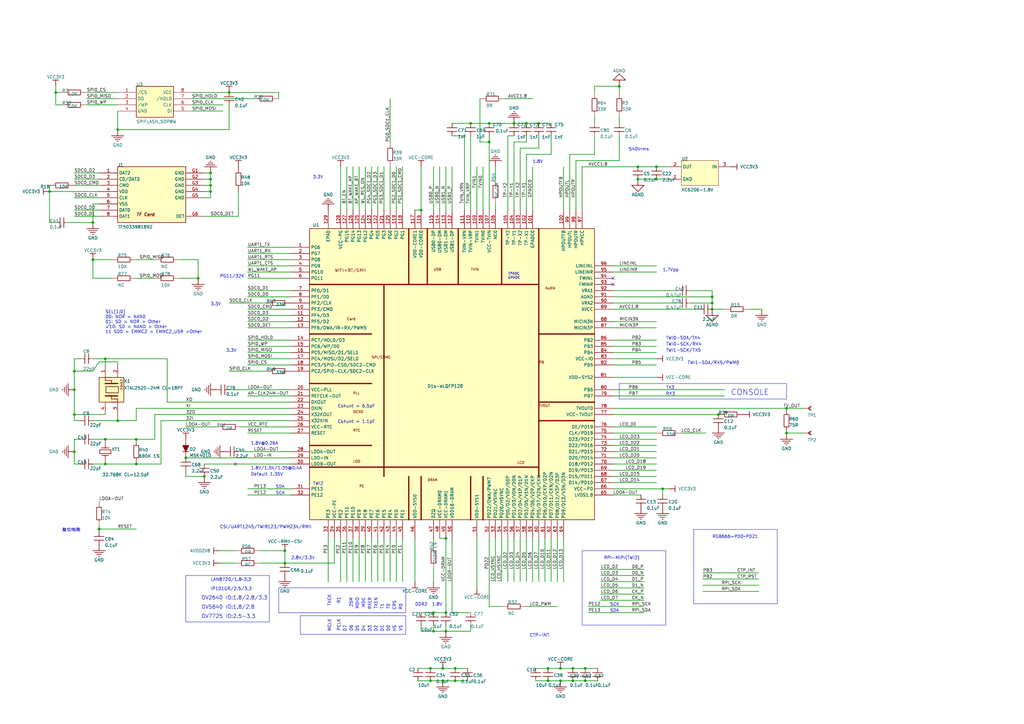
<source format=kicad_sch>
(kicad_sch (version 20211123) (generator eeschema)
  (paper "A3")
  (title_block (date "20211125") (rev "V1.5"))
  (junction (at 176.53 274.1422))
  (junction (at 83.82 195.4022))
  (junction (at 229.87 279.2222))
  (junction (at 182.88 220.8022))
  (junction (at 254 35.3822))
  (junction (at 38.1 91.2622))
  (junction (at 86.36 76.0222))
  (junction (at 215.9 50.6222))
  (junction (at 229.87 274.1422))
  (junction (at 81.28 114.1222))
  (junction (at 322.58 177.6222))
  (junction (at 177.8 258.9022))
  (junction (at 181.61 274.1422))
  (junction (at 177.8 251.2822))
  (junction (at 234.95 279.2222))
  (junction (at 176.53 279.2222))
  (junction (at 86.36 78.5622))
  (junction (at 76.2 187.7822))
  (junction (at 261.62 68.4022))
  (junction (at 292.1 126.8222))
  (junction (at 86.36 73.4822))
  (junction (at 43.18 190.3222))
  (junction (at 200.66 58.2422))
  (junction (at 40.64 216.9922))
  (junction (at 93.98 37.9222))
  (junction (at 224.79 279.2222))
  (junction (at 55.88 190.3222))
  (junction (at 116.84 225.8822))
  (junction (at 55.88 180.1622))
  (junction (at 261.62 73.4822))
  (junction (at 30.48 152.2222))
  (junction (at 48.26 53.1622))
  (junction (at 234.95 274.1422))
  (junction (at 292.1 124.2822))
  (junction (at 193.04 50.6222))
  (junction (at 210.82 50.6222))
  (junction (at 200.66 50.6222))
  (junction (at 240.03 274.1422))
  (junction (at 186.69 274.1422))
  (junction (at 269.24 68.4022))
  (junction (at 186.69 279.2222))
  (junction (at 48.26 172.5422))
  (junction (at 322.58 167.4622))
  (junction (at 86.36 70.9422))
  (junction (at 292.1 121.7422))
  (junction (at 182.88 251.2822))
  (junction (at 116.84 230.9622))
  (junction (at 172.72 86.1822))
  (junction (at 38.1 106.5022))
  (junction (at 294.64 170.0022))
  (junction (at 181.61 279.2222))
  (junction (at 43.18 147.1422))
  (junction (at 30.48 159.8422))
  (junction (at 20.32 78.5622))
  (junction (at 43.18 180.1622))
  (junction (at 30.48 170.0022))
  (junction (at 240.03 279.2222))
  (junction (at 271.78 200.4822))
  (junction (at 182.88 258.9022))
  (junction (at 269.24 73.4822))
  (junction (at 22.86 37.9222))
  (junction (at 220.98 50.6222))
  (junction (at 30.48 185.2422))
  (junction (at 224.79 274.1422))
  (no_connect (at 251.46 116.6622))
  (no_connect (at 251.46 114.1222))
  (no_connect (at 96.52 190.3222))
  (wire (pts (xy 63.5 180.1622) (xy 63.5 170.0022)) (stroke (width 0.254)))
  (wire (pts (xy 292.1 124.2822) (xy 292.1 126.8222)) (stroke (width 0.254)))
  (wire (pts (xy 271.78 203.0222) (xy 271.78 200.4822)) (stroke (width 0.254)))
  (wire (pts (xy 251.46 124.2822) (xy 278.13 124.2822)) (stroke (width 0.254)))
  (wire (pts (xy 30.48 185.2422) (xy 30.48 190.3222)) (stroke (width 0.254)))
  (wire (pts (xy 66.04 190.3222) (xy 55.88 190.3222)) (stroke (width 0.254)))
  (wire (pts (xy 48.26 40.4622) (xy 35.56 40.4622)) (stroke (width 0.254)))
  (wire (pts (xy 231.14 68.4022) (xy 231.14 86.1822)) (stroke (width 0.254)))
  (wire (pts (xy 43.18 147.1422) (xy 38.1 147.1422)) (stroke (width 0.254)))
  (wire (pts (xy 43.18 190.3222) (xy 38.1 190.3222)) (stroke (width 0.254)))
  (wire (pts (xy 186.69 279.2222) (xy 191.77 279.2222)) (stroke (width 0.254)))
  (wire (pts (xy 93.98 53.1622) (xy 93.98 43.0022)) (stroke (width 0.254)))
  (wire (pts (xy 251.46 119.2022) (xy 278.13 119.2022)) (stroke (width 0.254)))
  (wire (pts (xy 22.86 43.0022) (xy 25.4 43.0022)) (stroke (width 0.254)))
  (wire (pts (xy 215.9 50.6222) (xy 220.98 50.6222)) (stroke (width 0.254)))
  (wire (pts (xy 213.36 86.1822) (xy 213.36 60.7822)) (stroke (width 0.254)))
  (wire (pts (xy 215.9 86.1822) (xy 215.9 63.3222)) (stroke (width 0.254)))
  (wire (pts (xy 176.53 279.2222) (xy 181.61 279.2222)) (stroke (width 0.254)))
  (wire (pts (xy 101.6 121.7422) (xy 119.38 121.7422)) (stroke (width 0.254)))
  (wire (pts (xy 243.84 50.6222) (xy 243.84 48.0822)) (stroke (width 0.254)))
  (wire (pts (xy 43.18 170.0022) (xy 30.48 170.0022)) (stroke (width 0.254)))
  (wire (pts (xy 205.74 220.8022) (xy 205.74 238.5822)) (stroke (width 0.254)))
  (wire (pts (xy 177.8 223.3422) (xy 177.8 220.8022)) (stroke (width 0.254)))
  (wire (pts (xy 142.24 68.4022) (xy 142.24 86.1822)) (stroke (width 0.254)))
  (wire (pts (xy 292.1 121.7422) (xy 292.1 124.2822)) (stroke (width 0.254)))
  (wire (pts (xy 210.82 50.6222) (xy 215.9 50.6222)) (stroke (width 0.254)))
  (wire (pts (xy 22.86 35.3822) (xy 22.86 37.9222)) (stroke (width 0.254)))
  (wire (pts (xy 40.64 76.0222) (xy 30.48 76.0222)) (stroke (width 0.254)))
  (wire (pts (xy 30.48 172.5422) (xy 30.48 170.0022)) (stroke (width 0.254)))
  (wire (pts (xy 251.46 177.6222) (xy 269.24 177.6222)) (stroke (width 0.254)))
  (wire (pts (xy 224.79 279.2222) (xy 229.87 279.2222)) (stroke (width 0.254)))
  (wire (pts (xy 208.28 86.1822) (xy 208.28 55.7022)) (stroke (width 0.254)))
  (wire (pts (xy 243.84 63.3222) (xy 243.84 55.7022)) (stroke (width 0.254)))
  (wire (pts (xy 40.64 216.9922) (xy 40.64 218.2622)) (stroke (width 0.254)))
  (wire (pts (xy 200.66 220.8022) (xy 200.66 248.7422)) (stroke (width 0.254)))
  (wire (pts (xy 86.36 78.5622) (xy 86.36 76.0222)) (stroke (width 0.254)))
  (wire (pts (xy 223.52 220.8022) (xy 223.52 238.5822)) (stroke (width 0.254)))
  (wire (pts (xy 68.58 164.9222) (xy 68.58 147.1422)) (stroke (width 0.254)))
  (wire (pts (xy 165.1 68.4022) (xy 165.1 86.1822)) (stroke (width 0.254)))
  (wire (pts (xy 142.24 220.8022) (xy 142.24 238.5822)) (stroke (width 0.254)))
  (wire (pts (xy 182.88 258.9022) (xy 193.04 258.9022)) (stroke (width 0.254)))
  (polyline (pts (xy 273.05 225.8822) (xy 273.05 256.3622)) (stroke (width 0) (type solid)))
  (wire (pts (xy 251.46 203.0222) (xy 262.89 203.0222)) (stroke (width 0.254)))
  (wire (pts (xy 76.2 192.8622) (xy 76.2 195.4022)) (stroke (width 0.254)))
  (wire (pts (xy 119.38 200.4822) (xy 101.6 200.4822)) (stroke (width 0.254)))
  (wire (pts (xy 38.1 114.1222) (xy 38.1 106.5022)) (stroke (width 0.254)))
  (wire (pts (xy 30.48 152.2222) (xy 30.48 147.1422)) (stroke (width 0.254)))
  (wire (pts (xy 185.42 68.4022) (xy 185.42 86.1822)) (stroke (width 0.254)))
  (wire (pts (xy 144.78 220.8022) (xy 144.78 238.5822)) (stroke (width 0.254)))
  (wire (pts (xy 101.6 129.3622) (xy 119.38 129.3622)) (stroke (width 0.254)))
  (wire (pts (xy 251.46 144.6022) (xy 269.24 144.6022)) (stroke (width 0.254)))
  (polyline (pts (xy 166.37 241.1222) (xy 114.3 241.1222)) (stroke (width 0) (type solid)))
  (wire (pts (xy 48.26 149.6822) (xy 48.26 148.4122)) (stroke (width 0.254)))
  (wire (pts (xy 264.16 241.1222) (xy 246.38 241.1222)) (stroke (width 0.254)))
  (wire (pts (xy 160.02 58.2422) (xy 160.02 40.4622)) (stroke (width 0.254)))
  (wire (pts (xy 78.74 40.4622) (xy 104.14 40.4622)) (stroke (width 0.254)))
  (wire (pts (xy 288.29 237.49) (xy 311.15 237.49)) (stroke (width 0.254)))
  (polyline (pts (xy 318.77 217.17) (xy 284.48 217.17)) (stroke (width 0) (type solid)))
  (wire (pts (xy 106.68 225.8822) (xy 116.84 225.8822)) (stroke (width 0.254)))
  (wire (pts (xy 251.46 192.8622) (xy 269.24 192.8622)) (stroke (width 0.254)))
  (wire (pts (xy 48.26 172.5422) (xy 38.1 172.5422)) (stroke (width 0.254)))
  (polyline (pts (xy 284.48 247.65) (xy 318.77 247.65)) (stroke (width 0) (type solid)))
  (wire (pts (xy 203.2 73.4822) (xy 203.2 68.4022)) (stroke (width 0.254)))
  (wire (pts (xy 193.04 251.2822) (xy 185.42 251.2822)) (stroke (width 0.254)))
  (polyline (pts (xy 123.19 260.1722) (xy 166.37 260.1722)) (stroke (width 0) (type solid)))
  (polyline (pts (xy 284.48 247.65) (xy 284.48 217.17)) (stroke (width 0) (type solid)))
  (wire (pts (xy 83.82 73.4822) (xy 86.36 73.4822)) (stroke (width 0.254)))
  (wire (pts (xy 101.6 139.5222) (xy 119.38 139.5222)) (stroke (width 0.254)))
  (wire (pts (xy 83.82 70.9422) (xy 86.36 70.9422)) (stroke (width 0.254)))
  (wire (pts (xy 83.82 78.5622) (xy 86.36 78.5622)) (stroke (width 0.254)))
  (wire (pts (xy 269.24 68.4022) (xy 274.32 68.4022)) (stroke (width 0.254)))
  (wire (pts (xy 274.32 73.4822) (xy 269.24 73.4822)) (stroke (width 0.254)))
  (wire (pts (xy 251.46 197.9422) (xy 269.24 197.9422)) (stroke (width 0.254)))
  (wire (pts (xy 101.6 111.5822) (xy 119.38 111.5822)) (stroke (width 0.254)))
  (wire (pts (xy 172.72 256.3622) (xy 172.72 258.9022)) (stroke (width 0.254)))
  (wire (pts (xy 207.01 40.4622) (xy 218.44 40.4622)) (stroke (width 0.254)))
  (wire (pts (xy 160.02 220.8022) (xy 160.02 238.5822)) (stroke (width 0.254)))
  (wire (pts (xy 106.68 230.9622) (xy 116.84 230.9622)) (stroke (width 0.254)))
  (wire (pts (xy 30.48 170.0022) (xy 30.48 159.8422)) (stroke (width 0.254)))
  (wire (pts (xy 213.36 220.8022) (xy 213.36 238.5822)) (stroke (width 0.254)))
  (wire (pts (xy 181.61 279.2222) (xy 186.69 279.2222)) (stroke (width 0.254)))
  (wire (pts (xy 101.6 119.2022) (xy 119.38 119.2022)) (stroke (width 0.254)))
  (wire (pts (xy 101.6 126.8222) (xy 119.38 126.8222)) (stroke (width 0.254)))
  (wire (pts (xy 208.28 220.8022) (xy 208.28 238.5822)) (stroke (width 0.254)))
  (wire (pts (xy 93.98 159.8422) (xy 119.38 159.8422)) (stroke (width 0.254)))
  (wire (pts (xy 66.04 172.5422) (xy 66.04 190.3222)) (stroke (width 0.254)))
  (wire (pts (xy 243.84 35.3822) (xy 243.84 37.9222)) (stroke (width 0.254)))
  (wire (pts (xy 86.36 76.0222) (xy 83.82 76.0222)) (stroke (width 0.254)))
  (wire (pts (xy 40.64 215.7222) (xy 40.64 216.9922)) (stroke (width 0.254)))
  (wire (pts (xy 172.72 68.4022) (xy 172.72 86.1822)) (stroke (width 0.254)))
  (wire (pts (xy 20.32 78.5622) (xy 20.32 91.2622)) (stroke (width 0.254)))
  (wire (pts (xy 171.45 279.2222) (xy 176.53 279.2222)) (stroke (width 0.254)))
  (wire (pts (xy 251.46 134.4422) (xy 269.24 134.4422)) (stroke (width 0.254)))
  (polyline (pts (xy 322.58 157.3022) (xy 254 157.3022)) (stroke (width 0) (type solid)))
  (wire (pts (xy 215.9 220.8022) (xy 215.9 238.5822)) (stroke (width 0.254)))
  (wire (pts (xy 30.48 147.1422) (xy 33.02 147.1422)) (stroke (width 0.254)))
  (wire (pts (xy 147.32 220.8022) (xy 147.32 238.5822)) (stroke (width 0.254)))
  (wire (pts (xy 215.9 248.7422) (xy 228.6 248.7422)) (stroke (width 0.254)))
  (wire (pts (xy 251.46 149.6822) (xy 269.24 149.6822)) (stroke (width 0.254)))
  (wire (pts (xy 30.48 159.8422) (xy 30.48 152.2222)) (stroke (width 0.254)))
  (wire (pts (xy 195.58 241.1222) (xy 195.58 220.8022)) (stroke (width 0.254)))
  (wire (pts (xy 251.46 187.7822) (xy 269.24 187.7822)) (stroke (width 0.254)))
  (wire (pts (xy 251.46 180.1622) (xy 269.24 180.1622)) (stroke (width 0.254)))
  (wire (pts (xy 177.8 258.9022) (xy 182.88 258.9022)) (stroke (width 0.254)))
  (wire (pts (xy 139.7 68.4022) (xy 139.7 86.1822)) (stroke (width 0.254)))
  (wire (pts (xy 78.74 37.9222) (xy 93.98 37.9222)) (stroke (width 0.254)))
  (wire (pts (xy 196.85 58.2422) (xy 200.66 58.2422)) (stroke (width 0.254)))
  (wire (pts (xy 147.32 68.4022) (xy 147.32 86.1822)) (stroke (width 0.254)))
  (wire (pts (xy 251.46 109.0422) (xy 269.24 109.0422)) (stroke (width 0.254)))
  (wire (pts (xy 55.88 172.5422) (xy 48.26 172.5422)) (stroke (width 0.254)))
  (wire (pts (xy 283.21 124.2822) (xy 292.1 124.2822)) (stroke (width 0.254)))
  (wire (pts (xy 288.29 240.03) (xy 311.15 240.03)) (stroke (width 0.254)))
  (wire (pts (xy 55.88 106.5022) (xy 63.5 106.5022)) (stroke (width 0.254)))
  (wire (pts (xy 40.64 88.7222) (xy 30.48 88.7222)) (stroke (width 0.254)))
  (wire (pts (xy 190.5 86.1822) (xy 190.5 55.7022)) (stroke (width 0.254)))
  (wire (pts (xy 119.38 203.0222) (xy 101.6 203.0222)) (stroke (width 0.254)))
  (wire (pts (xy 251.46 190.3222) (xy 269.24 190.3222)) (stroke (width 0.254)))
  (wire (pts (xy 251.46 162.3822) (xy 297.18 162.3822)) (stroke (width 0.254)))
  (wire (pts (xy 226.06 220.8022) (xy 226.06 238.5822)) (stroke (width 0.254)))
  (wire (pts (xy 240.03 274.1422) (xy 245.11 274.1422)) (stroke (width 0.254)))
  (wire (pts (xy 38.1 83.6422) (xy 40.64 83.6422)) (stroke (width 0.254)))
  (wire (pts (xy 149.86 68.4022) (xy 149.86 86.1822)) (stroke (width 0.254)))
  (wire (pts (xy 48.26 45.5422) (xy 48.26 53.1622)) (stroke (width 0.254)))
  (wire (pts (xy 154.94 220.8022) (xy 154.94 238.5822)) (stroke (width 0.254)))
  (wire (pts (xy 196.85 40.4622) (xy 196.85 58.2422)) (stroke (width 0.254)))
  (wire (pts (xy 193.04 55.7022) (xy 193.04 86.1822)) (stroke (width 0.254)))
  (wire (pts (xy 83.82 81.1022) (xy 86.36 81.1022)) (stroke (width 0.254)))
  (wire (pts (xy 40.64 70.9422) (xy 30.48 70.9422)) (stroke (width 0.254)))
  (polyline (pts (xy 166.37 252.5522) (xy 166.37 260.1722)) (stroke (width 0) (type solid)))
  (wire (pts (xy 288.29 242.57) (xy 311.15 242.57)) (stroke (width 0.254)))
  (wire (pts (xy 40.64 216.9922) (xy 55.88 216.9922)) (stroke (width 0.254)))
  (wire (pts (xy 25.4 37.9222) (xy 22.86 37.9222)) (stroke (width 0.254)))
  (wire (pts (xy 101.6 106.5022) (xy 119.38 106.5022)) (stroke (width 0.254)))
  (wire (pts (xy 182.88 251.2822) (xy 177.8 251.2822)) (stroke (width 0.254)))
  (wire (pts (xy 182.88 256.3622) (xy 182.88 258.9022)) (stroke (width 0.254)))
  (wire (pts (xy 264.16 236.0422) (xy 246.38 236.0422)) (stroke (width 0.254)))
  (wire (pts (xy 182.88 68.4022) (xy 182.88 86.1822)) (stroke (width 0.254)))
  (wire (pts (xy 254 35.3822) (xy 243.84 35.3822)) (stroke (width 0.254)))
  (wire (pts (xy 251.46 167.4622) (xy 322.58 167.4622)) (stroke (width 0.254)))
  (wire (pts (xy 38.1 180.1622) (xy 43.18 180.1622)) (stroke (width 0.254)))
  (polyline (pts (xy 273.05 225.8822) (xy 238.76 225.8822)) (stroke (width 0) (type solid)))
  (wire (pts (xy 251.46 200.4822) (xy 271.78 200.4822)) (stroke (width 0.254)))
  (wire (pts (xy 271.78 200.4822) (xy 274.32 200.4822)) (stroke (width 0.254)))
  (wire (pts (xy 181.61 274.1422) (xy 186.69 274.1422)) (stroke (width 0.254)))
  (polyline (pts (xy 76.2 255.0922) (xy 76.2 236.0422)) (stroke (width 0) (type solid)))
  (wire (pts (xy 22.86 37.9222) (xy 22.86 43.0022)) (stroke (width 0.254)))
  (wire (pts (xy 269.24 73.4822) (xy 261.62 73.4822)) (stroke (width 0.254)))
  (polyline (pts (xy 238.76 256.3622) (xy 273.05 256.3622)) (stroke (width 0) (type solid)))
  (wire (pts (xy 20.32 91.2622) (xy 22.86 91.2622)) (stroke (width 0.254)))
  (wire (pts (xy 251.46 139.5222) (xy 269.24 139.5222)) (stroke (width 0.254)))
  (wire (pts (xy 162.56 220.8022) (xy 162.56 238.5822)) (stroke (width 0.254)))
  (wire (pts (xy 152.4 220.8022) (xy 152.4 238.5822)) (stroke (width 0.254)))
  (wire (pts (xy 193.04 50.6222) (xy 200.66 50.6222)) (stroke (width 0.254)))
  (wire (pts (xy 264.16 238.5822) (xy 246.38 238.5822)) (stroke (width 0.254)))
  (wire (pts (xy 149.86 220.8022) (xy 149.86 238.5822)) (stroke (width 0.254)))
  (wire (pts (xy 180.34 68.4022) (xy 180.34 86.1822)) (stroke (width 0.254)))
  (wire (pts (xy 139.7 220.8022) (xy 139.7 238.5822)) (stroke (width 0.254)))
  (wire (pts (xy 119.38 177.6222) (xy 101.6 177.6222)) (stroke (width 0.254)))
  (wire (pts (xy 119.38 190.3222) (xy 83.82 190.3222)) (stroke (width 0.254)))
  (wire (pts (xy 101.6 144.6022) (xy 119.38 144.6022)) (stroke (width 0.254)))
  (wire (pts (xy 264.16 243.6622) (xy 246.38 243.6622)) (stroke (width 0.254)))
  (wire (pts (xy 78.74 45.5422) (xy 91.44 45.5422)) (stroke (width 0.254)))
  (wire (pts (xy 241.3 248.7422) (xy 264.16 248.7422)) (stroke (width 0.254)))
  (wire (pts (xy 251.46 126.8222) (xy 287.02 126.8222)) (stroke (width 0.254)))
  (wire (pts (xy 157.48 220.8022) (xy 157.48 238.5822)) (stroke (width 0.254)))
  (wire (pts (xy 157.48 68.4022) (xy 157.48 86.1822)) (stroke (width 0.254)))
  (wire (pts (xy 200.66 248.7422) (xy 205.74 248.7422)) (stroke (width 0.254)))
  (wire (pts (xy 55.88 180.1622) (xy 63.5 180.1622)) (stroke (width 0.254)))
  (wire (pts (xy 152.4 68.4022) (xy 152.4 86.1822)) (stroke (width 0.254)))
  (wire (pts (xy 48.26 43.0022) (xy 35.56 43.0022)) (stroke (width 0.254)))
  (wire (pts (xy 116.84 230.9622) (xy 137.16 230.9622)) (stroke (width 0.254)))
  (wire (pts (xy 68.58 147.1422) (xy 43.18 147.1422)) (stroke (width 0.254)))
  (polyline (pts (xy 110.49 236.0422) (xy 110.49 255.0922)) (stroke (width 0) (type solid)))
  (wire (pts (xy 236.22 86.1822) (xy 236.22 65.8622)) (stroke (width 0.254)))
  (wire (pts (xy 264.16 233.5022) (xy 246.38 233.5022)) (stroke (width 0.254)))
  (wire (pts (xy 101.6 101.4222) (xy 119.38 101.4222)) (stroke (width 0.254)))
  (wire (pts (xy 210.82 86.1822) (xy 210.82 58.2422)) (stroke (width 0.254)))
  (wire (pts (xy 218.44 220.8022) (xy 218.44 238.5822)) (stroke (width 0.254)))
  (wire (pts (xy 76.2 195.4022) (xy 83.82 195.4022)) (stroke (width 0.254)))
  (wire (pts (xy 86.36 70.9422) (xy 86.36 73.4822)) (stroke (width 0.254)))
  (wire (pts (xy 48.26 37.9222) (xy 35.56 37.9222)) (stroke (width 0.254)))
  (wire (pts (xy 33.02 180.1622) (xy 30.48 180.1622)) (stroke (width 0.254)))
  (wire (pts (xy 288.29 234.95) (xy 311.15 234.95)) (stroke (width 0.254)))
  (wire (pts (xy 97.79 88.7222) (xy 97.79 78.5622)) (stroke (width 0.254)))
  (wire (pts (xy 219.71 279.2222) (xy 224.79 279.2222)) (stroke (width 0.254)))
  (wire (pts (xy 231.14 220.8022) (xy 231.14 238.5822)) (stroke (width 0.254)))
  (wire (pts (xy 251.46 142.0622) (xy 269.24 142.0622)) (stroke (width 0.254)))
  (wire (pts (xy 200.66 86.1822) (xy 200.66 58.2422)) (stroke (width 0.254)))
  (wire (pts (xy 93.98 124.2822) (xy 109.22 124.2822)) (stroke (width 0.254)))
  (wire (pts (xy 114.3 40.4622) (xy 114.3 37.9222)) (stroke (width 0.254)))
  (wire (pts (xy 198.12 68.4022) (xy 198.12 86.1822)) (stroke (width 0.254)))
  (wire (pts (xy 177.8 238.5822) (xy 177.8 233.5022)) (stroke (width 0.254)))
  (wire (pts (xy 226.06 63.3222) (xy 226.06 55.7022)) (stroke (width 0.254)))
  (wire (pts (xy 27.94 91.2622) (xy 38.1 91.2622)) (stroke (width 0.254)))
  (wire (pts (xy 101.6 149.6822) (xy 119.38 149.6822)) (stroke (width 0.254)))
  (polyline (pts (xy 114.3 251.2822) (xy 166.37 251.2822)) (stroke (width 0) (type solid)))
  (wire (pts (xy 251.46 111.5822) (xy 269.24 111.5822)) (stroke (width 0.254)))
  (wire (pts (xy 193.04 258.9022) (xy 193.04 256.3622)) (stroke (width 0.254)))
  (wire (pts (xy 154.94 68.4022) (xy 154.94 86.1822)) (stroke (width 0.254)))
  (wire (pts (xy 101.6 142.0622) (xy 119.38 142.0622)) (stroke (width 0.254)))
  (wire (pts (xy 200.66 58.2422) (xy 200.66 55.7022)) (stroke (width 0.254)))
  (wire (pts (xy 114.3 37.9222) (xy 93.98 37.9222)) (stroke (width 0.254)))
  (wire (pts (xy 40.64 86.1822) (xy 30.48 86.1822)) (stroke (width 0.254)))
  (wire (pts (xy 30.48 180.1622) (xy 30.48 185.2422)) (stroke (width 0.254)))
  (wire (pts (xy 109.22 152.2222) (xy 93.98 152.2222)) (stroke (width 0.254)))
  (wire (pts (xy 90.17 230.9622) (xy 96.52 230.9622)) (stroke (width 0.254)))
  (wire (pts (xy 238.76 86.1822) (xy 238.76 68.4022)) (stroke (width 0.254)))
  (wire (pts (xy 210.82 58.2422) (xy 215.9 58.2422)) (stroke (width 0.254)))
  (wire (pts (xy 40.64 148.4122) (xy 38.1 152.2222)) (stroke (width 0.254)))
  (wire (pts (xy 38.1 91.2622) (xy 38.1 83.6422)) (stroke (width 0.254)))
  (wire (pts (xy 180.34 220.8022) (xy 182.88 220.8022)) (stroke (width 0.254)))
  (wire (pts (xy 177.8 68.4022) (xy 177.8 86.1822)) (stroke (width 0.254)))
  (wire (pts (xy 240.03 279.2222) (xy 245.11 279.2222)) (stroke (width 0.254)))
  (wire (pts (xy 177.8 251.2822) (xy 172.72 251.2822)) (stroke (width 0.254)))
  (wire (pts (xy 76.2 175.0822) (xy 88.9 175.0822)) (stroke (width 0.254)))
  (wire (pts (xy 251.46 154.7622) (xy 269.24 154.7622)) (stroke (width 0.254)))
  (polyline (pts (xy 76.2 255.0922) (xy 110.49 255.0922)) (stroke (width 0) (type solid)))
  (wire (pts (xy 172.72 86.1822) (xy 170.18 86.1822)) (stroke (width 0.254)))
  (wire (pts (xy 251.46 131.9022) (xy 269.24 131.9022)) (stroke (width 0.254)))
  (wire (pts (xy 101.6 131.9022) (xy 119.38 131.9022)) (stroke (width 0.254)))
  (wire (pts (xy 279.4 177.6222) (xy 289.56 177.6222)) (stroke (width 0.254)))
  (wire (pts (xy 186.69 274.1422) (xy 191.77 274.1422)) (stroke (width 0.254)))
  (wire (pts (xy 224.79 274.1422) (xy 229.87 274.1422)) (stroke (width 0.254)))
  (wire (pts (xy 101.6 134.4422) (xy 119.38 134.4422)) (stroke (width 0.254)))
  (wire (pts (xy 261.62 68.4022) (xy 269.24 68.4022)) (stroke (width 0.254)))
  (wire (pts (xy 81.28 114.1222) (xy 73.66 114.1222)) (stroke (width 0.254)))
  (wire (pts (xy 246.38 246.2022) (xy 264.16 246.2022)) (stroke (width 0.254)))
  (wire (pts (xy 251.46 170.0022) (xy 294.64 170.0022)) (stroke (width 0.254)))
  (wire (pts (xy 236.22 65.8622) (xy 254 65.8622)) (stroke (width 0.254)))
  (wire (pts (xy 251.46 147.1422) (xy 269.24 147.1422)) (stroke (width 0.254)))
  (wire (pts (xy 38.1 106.5022) (xy 45.72 106.5022)) (stroke (width 0.254)))
  (wire (pts (xy 190.5 55.7022) (xy 185.42 55.7022)) (stroke (width 0.254)))
  (wire (pts (xy 251.46 182.7022) (xy 269.24 182.7022)) (stroke (width 0.254)))
  (wire (pts (xy 101.6 109.0422) (xy 119.38 109.0422)) (stroke (width 0.254)))
  (wire (pts (xy 101.6 147.1422) (xy 119.38 147.1422)) (stroke (width 0.254)))
  (wire (pts (xy 185.42 251.2822) (xy 185.42 220.8022)) (stroke (width 0.254)))
  (wire (pts (xy 241.3 251.2822) (xy 264.16 251.2822)) (stroke (width 0.254)))
  (wire (pts (xy 177.8 256.3622) (xy 177.8 258.9022)) (stroke (width 0.254)))
  (polyline (pts (xy 322.58 157.3022) (xy 322.58 163.6522)) (stroke (width 0) (type solid)))
  (wire (pts (xy 137.16 230.9622) (xy 137.16 220.8022)) (stroke (width 0.254)))
  (wire (pts (xy 330.2 177.6222) (xy 322.58 177.6222)) (stroke (width 0.254)))
  (wire (pts (xy 229.87 274.1422) (xy 234.95 274.1422)) (stroke (width 0.254)))
  (polyline (pts (xy 123.19 260.1722) (xy 123.19 252.5522)) (stroke (width 0) (type solid)))
  (wire (pts (xy 172.72 258.9022) (xy 177.8 258.9022)) (stroke (width 0.254)))
  (wire (pts (xy 234.95 274.1422) (xy 240.03 274.1422)) (stroke (width 0.254)))
  (wire (pts (xy 86.36 81.1022) (xy 86.36 78.5622)) (stroke (width 0.254)))
  (wire (pts (xy 200.66 50.6222) (xy 210.82 50.6222)) (stroke (width 0.254)))
  (wire (pts (xy 78.74 43.0022) (xy 91.44 43.0022)) (stroke (width 0.254)))
  (wire (pts (xy 182.88 220.8022) (xy 182.88 251.2822)) (stroke (width 0.254)))
  (wire (pts (xy 215.9 63.3222) (xy 226.06 63.3222)) (stroke (width 0.254)))
  (polyline (pts (xy 254 163.6522) (xy 322.58 163.6522)) (stroke (width 0) (type solid)))
  (wire (pts (xy 38.1 152.2222) (xy 30.48 152.2222)) (stroke (width 0.254)))
  (wire (pts (xy 55.88 190.3222) (xy 43.18 190.3222)) (stroke (width 0.254)))
  (wire (pts (xy 220.98 50.6222) (xy 226.06 50.6222)) (stroke (width 0.254)))
  (wire (pts (xy 220.98 60.7822) (xy 220.98 55.7022)) (stroke (width 0.254)))
  (wire (pts (xy 162.56 68.4022) (xy 162.56 86.1822)) (stroke (width 0.254)))
  (wire (pts (xy 238.76 68.4022) (xy 261.62 68.4022)) (stroke (width 0.254)))
  (wire (pts (xy 165.1 220.8022) (xy 165.1 238.5822)) (stroke (width 0.254)))
  (wire (pts (xy 48.26 170.0022) (xy 48.26 172.5422)) (stroke (width 0.254)))
  (wire (pts (xy 229.87 279.2222) (xy 234.95 279.2222)) (stroke (width 0.254)))
  (wire (pts (xy 73.66 106.5022) (xy 81.28 106.5022)) (stroke (width 0.254)))
  (wire (pts (xy 86.36 73.4822) (xy 86.36 76.0222)) (stroke (width 0.254)))
  (wire (pts (xy 43.18 149.6822) (xy 43.18 147.1422)) (stroke (width 0.254)))
  (wire (pts (xy 251.46 175.0822) (xy 269.24 175.0822)) (stroke (width 0.254)))
  (polyline (pts (xy 110.49 236.0422) (xy 76.2 236.0422)) (stroke (width 0) (type solid)))
  (wire (pts (xy 63.5 170.0022) (xy 119.38 170.0022)) (stroke (width 0.254)))
  (wire (pts (xy 292.1 126.8222) (xy 297.18 126.8222)) (stroke (width 0.254)))
  (wire (pts (xy 119.38 162.3822) (xy 101.6 162.3822)) (stroke (width 0.254)))
  (wire (pts (xy 134.62 220.8022) (xy 134.62 238.5822)) (stroke (width 0.254)))
  (wire (pts (xy 218.44 86.1822) (xy 218.44 68.4022)) (stroke (width 0.254)))
  (wire (pts (xy 233.68 86.1822) (xy 233.68 63.3222)) (stroke (width 0.254)))
  (wire (pts (xy 48.26 53.1622) (xy 93.98 53.1622)) (stroke (width 0.254)))
  (wire (pts (xy 119.38 187.7822) (xy 76.2 187.7822)) (stroke (width 0.254)))
  (wire (pts (xy 195.58 68.4022) (xy 195.58 86.1822)) (stroke (width 0.254)))
  (wire (pts (xy 119.38 185.2422) (xy 97.79 185.2422)) (stroke (width 0.254)))
  (wire (pts (xy 119.38 167.4622) (xy 55.88 167.4622)) (stroke (width 0.254)))
  (wire (pts (xy 322.58 167.4622) (xy 330.2 167.4622)) (stroke (width 0.254)))
  (wire (pts (xy 119.38 164.9222) (xy 68.58 164.9222)) (stroke (width 0.254)))
  (wire (pts (xy 203.2 83.6422) (xy 203.2 86.1822)) (stroke (width 0.254)))
  (wire (pts (xy 208.28 55.7022) (xy 210.82 55.7022)) (stroke (width 0.254)))
  (polyline (pts (xy 166.37 252.5522) (xy 123.19 252.5522)) (stroke (width 0) (type solid)))
  (wire (pts (xy 40.64 78.5622) (xy 20.32 78.5622)) (stroke (width 0.254)))
  (wire (pts (xy 99.06 175.0822) (xy 119.38 175.0822)) (stroke (width 0.254)))
  (wire (pts (xy 170.18 220.8022) (xy 170.18 238.5822)) (stroke (width 0.254)))
  (wire (pts (xy 283.21 119.2022) (xy 292.1 119.2022)) (stroke (width 0.254)))
  (polyline (pts (xy 254 163.6522) (xy 254 157.3022)) (stroke (width 0) (type solid)))
  (wire (pts (xy 171.45 274.1422) (xy 176.53 274.1422)) (stroke (width 0.254)))
  (wire (pts (xy 234.95 279.2222) (xy 240.03 279.2222)) (stroke (width 0.254)))
  (wire (pts (xy 45.72 114.1222) (xy 38.1 114.1222)) (stroke (width 0.254)))
  (wire (pts (xy 307.34 126.8222) (xy 312.42 126.8222)) (stroke (width 0.254)))
  (wire (pts (xy 203.2 220.8022) (xy 203.2 238.5822)) (stroke (width 0.254)))
  (wire (pts (xy 215.9 58.2422) (xy 215.9 55.7022)) (stroke (width 0.254)))
  (polyline (pts (xy 166.37 241.1222) (xy 166.37 251.2822)) (stroke (width 0) (type solid)))
  (wire (pts (xy 48.26 148.4122) (xy 40.64 148.4122)) (stroke (width 0.254)))
  (wire (pts (xy 116.84 225.8822) (xy 116.84 230.9622)) (stroke (width 0.254)))
  (wire (pts (xy 213.36 60.7822) (xy 220.98 60.7822)) (stroke (width 0.254)))
  (wire (pts (xy 233.68 63.3222) (xy 243.84 63.3222)) (stroke (width 0.254)))
  (wire (pts (xy 20.32 76.0222) (xy 20.32 78.5622)) (stroke (width 0.254)))
  (wire (pts (xy 90.17 225.8822) (xy 96.52 225.8822)) (stroke (width 0.254)))
  (wire (pts (xy 251.46 159.8422) (xy 297.18 159.8422)) (stroke (width 0.254)))
  (wire (pts (xy 40.64 73.4822) (xy 30.48 73.4822)) (stroke (width 0.254)))
  (wire (pts (xy 81.28 106.5022) (xy 81.28 114.1222)) (stroke (width 0.254)))
  (wire (pts (xy 101.6 114.1222) (xy 119.38 114.1222)) (stroke (width 0.254)))
  (wire (pts (xy 185.42 50.6222) (xy 193.04 50.6222)) (stroke (width 0.254)))
  (wire (pts (xy 43.18 180.1622) (xy 55.88 180.1622)) (stroke (width 0.254)))
  (wire (pts (xy 251.46 185.2422) (xy 269.24 185.2422)) (stroke (width 0.254)))
  (wire (pts (xy 251.46 195.4022) (xy 269.24 195.4022)) (stroke (width 0.254)))
  (wire (pts (xy 219.71 274.1422) (xy 224.79 274.1422)) (stroke (width 0.254)))
  (wire (pts (xy 228.6 220.8022) (xy 228.6 238.5822)) (stroke (width 0.254)))
  (polyline (pts (xy 318.77 217.17) (xy 318.77 247.65)) (stroke (width 0) (type solid)))
  (wire (pts (xy 254 48.0822) (xy 254 50.6222)) (stroke (width 0.254)))
  (wire (pts (xy 83.82 88.7222) (xy 97.79 88.7222)) (stroke (width 0.254)))
  (wire (pts (xy 210.82 220.8022) (xy 210.82 238.5822)) (stroke (width 0.254)))
  (wire (pts (xy 292.1 119.2022) (xy 292.1 121.7422)) (stroke (width 0.254)))
  (wire (pts (xy 220.98 220.8022) (xy 220.98 238.5822)) (stroke (width 0.254)))
  (wire (pts (xy 144.78 68.4022) (xy 144.78 86.1822)) (stroke (width 0.254)))
  (wire (pts (xy 251.46 121.7422) (xy 292.1 121.7422)) (stroke (width 0.254)))
  (polyline (pts (xy 114.3 251.2822) (xy 114.3 241.1222)) (stroke (width 0) (type solid)))
  (wire (pts (xy 55.88 167.4622) (xy 55.88 172.5422)) (stroke (width 0.254)))
  (wire (pts (xy 101.6 103.9622) (xy 119.38 103.9622)) (stroke (width 0.254)))
  (wire (pts (xy 33.02 172.5422) (xy 30.48 172.5422)) (stroke (width 0.254)))
  (wire (pts (xy 254 65.8622) (xy 254 55.7022)) (stroke (width 0.254)))
  (wire (pts (xy 40.64 81.1022) (xy 30.48 81.1022)) (stroke (width 0.254)))
  (wire (pts (xy 254 37.9222) (xy 254 35.3822)) (stroke (width 0.254)))
  (wire (pts (xy 30.48 190.3222) (xy 33.02 190.3222)) (stroke (width 0.254)))
  (wire (pts (xy 160.02 86.1822) (xy 160.02 68.4022)) (stroke (width 0.254)))
  (polyline (pts (xy 238.76 256.3622) (xy 238.76 225.8822)) (stroke (width 0) (type solid)))
  (wire (pts (xy 119.38 172.5422) (xy 66.04 172.5422)) (stroke (width 0.254)))
  (wire (pts (xy 176.53 274.1422) (xy 181.61 274.1422)) (stroke (width 0.254)))
  (wire (pts (xy 55.88 114.1222) (xy 63.5 114.1222)) (stroke (width 0.254)))
  (text "TXEN" (at 154.94 245.11 270) (effects (font (size 1.27 1.27)) (justify right bottom)))
  (text "SDA" (at 113.03 200.4822 180) (effects (font (size 1.27 1.27)) (justify left bottom)))
  (text "25M" (at 144.78 245.11 270) (effects (font (size 1.27 1.27)) (justify right bottom)))
  (text "SEL[1:0]\n00: NOR > NAND\n01: SD > NOR > Other\n√10: SD > NAND > Other\n11 SD0 > EMMC2 > EMMC2_USR >Other" (at 43.18 136.9822 0) (effects (font (size 1.27 1.27)) (justify left bottom)))
  (text "MDIO" (at 147.32 245.11 270) (effects (font (size 1.27 1.27)) (justify right bottom)))
  (text "HS" (at 162.56 256.54 270) (effects (font (size 1.27 1.27)) (justify right bottom)))
  (text "D0" (at 160.02 256.54 270) (effects (font (size 1.27 1.27)) (justify right bottom)))
  (text "SCK" (at 250.19 248.7422 180) (effects (font (size 1.27 1.27)) (justify left bottom)))
  (text "TWI0-SCK/RX4" (at 273.05 142.0622 180) (effects (font (size 1.27 1.27)) (justify left bottom)))
  (text "T0" (at 160.02 247.65 270) (effects (font (size 1.27 1.27)) (justify right bottom)))
  (text "IP101GR/2.5/3.3" (at 86.36 242.3922 180) (effects (font (size 1.27 1.27)) (justify left bottom)))
  (text "D1" (at 157.48 256.54 270) (effects (font (size 1.27 1.27)) (justify right bottom)))
  (text "Cshunt = 1.1pF" (at 138.43 173.8122 180) (effects (font (size 1.27 1.27)) (justify left bottom)))
  (text "2.8V/3.3V" (at 119.38 229.6922 180) (effects (font (size 1.27 1.27)) (justify left bottom)))
  (text "D5" (at 147.32 256.54 270) (effects (font (size 1.27 1.27)) (justify right bottom)))
  (text "VS" (at 165.1 256.54 270) (effects (font (size 1.27 1.27)) (justify right bottom)))
  (text "T1" (at 157.48 247.65 270) (effects (font (size 1.27 1.27)) (justify right bottom)))
  (text "TWI0-SDA/TX4" (at 273.05 139.5222 180) (effects (font (size 1.27 1.27)) (justify left bottom)))
  (text "1.7Vpp" (at 271.78 111.5822 180) (effects (font (size 1.27 1.27)) (justify left bottom)))
  (text "CSI/UART1245/TWI9123/PWM234/RMII" (at 90.17 216.9922 180) (effects (font (size 1.27 1.27)) (justify left bottom)))
  (text "OV5640 IO:1.8/2.8" (at 82.55 250.0122 180) (effects (font (size 1.524 1.524)) (justify left bottom)))
  (text "TWI2" (at 128.27 199.2122 180) (effects (font (size 1.27 1.27)) (justify left bottom)))
  (text "DDR2  1.8V" (at 170.18 248.7422 180) (effects (font (size 1.27 1.27)) (justify left bottom)))
  (text "D3" (at 152.4 256.54 270) (effects (font (size 1.27 1.27)) (justify right bottom)))
  (text "MCLK" (at 135.89 259.08 90) (effects (font (size 1.27 1.27)) (justify left bottom)))
  (text "1.8V" (at 218.44 67.1322 180) (effects (font (size 1.27 1.27)) (justify left bottom)))
  (text "OV2640 IO:1.8/2.8/3.3" (at 82.55 246.2022 180) (effects (font (size 1.524 1.524)) (justify left bottom)))
  (text "PG11/32K" (at 90.17 114.1222 180) (effects (font (size 1.27 1.27)) (justify left bottom)))
  (text "OV7725 IO:2.5-3.3" (at 82.55 253.8222 180) (effects (font (size 1.524 1.524)) (justify left bottom)))
  (text "D6" (at 144.78 259.08 90) (effects (font (size 1.27 1.27)) (justify left bottom)))
  (text "1.8V@0.26A" (at 102.87 182.7022 180) (effects (font (size 1.27 1.27)) (justify left bottom)))
  (text "TWI1-SDA/RX5/PWM0" (at 281.94 149.6822 180) (effects (font (size 1.27 1.27)) (justify left bottom)))
  (text "TPADC\nGPADC" (at 208.28 114.6302 0) (effects (font (size 1.016 1.016)) (justify left bottom)))
  (text "RX3" (at 273.05 162.3822 180) (effects (font (size 1.27 1.27)) (justify left bottom)))
  (text "LAN8720/1.8~3.3" (at 86.36 238.5822 180) (effects (font (size 1.27 1.27)) (justify left bottom)))
  (text "Default 1.35V" (at 102.87 195.4022 180) (effects (font (size 1.27 1.27)) (justify left bottom)))
  (text "3.3V" (at 92.71 144.6022 180) (effects (font (size 1.27 1.27)) (justify left bottom)))
  (text "D4" (at 149.86 256.54 270) (effects (font (size 1.27 1.27)) (justify right bottom)))
  (text "RXER" (at 152.4 245.11 270) (effects (font (size 1.27 1.27)) (justify right bottom)))
  (text "3.3V" (at 128.27 73.4822 180) (effects (font (size 1.27 1.27)) (justify left bottom)))
  (text "MDC" (at 149.86 245.11 270) (effects (font (size 1.27 1.27)) (justify right bottom)))
  (text "PCLK" (at 139.7 258.9022 90) (effects (font (size 1.27 1.27)) (justify left bottom)))
  (text "R1" (at 139.7 247.65 90) (effects (font (size 1.27 1.27)) (justify left bottom)))
  (text "D2" (at 154.94 256.54 270) (effects (font (size 1.27 1.27)) (justify right bottom)))
  (text "CTP-INT" (at 217.17 261.4422 180) (effects (font (size 1.27 1.27)) (justify left bottom)))
  (text "1.8V/1.5V/1.35@0.4A" (at 102.87 192.8622 180) (effects (font (size 1.27 1.27)) (justify left bottom)))
  (text "540Vrms" (at 257.81 62.0522 180) (effects (font (size 1.27 1.27)) (justify left bottom)))
  (text "R0" (at 165.1 247.65 270) (effects (font (size 1.27 1.27)) (justify right bottom)))
  (text "Cshunt = 6.5pF" (at 138.43 167.4622 180) (effects (font (size 1.27 1.27)) (justify left bottom)))
  (text "SCK" (at 113.03 203.0222 180) (effects (font (size 1.27 1.27)) (justify left bottom)))
  (text "RGB666=PD0~PD21" (at 292.1 220.98 180) (effects (font (size 1.27 1.27)) (justify left bottom)))
  (text "SDA" (at 250.19 251.2822 180) (effects (font (size 1.27 1.27)) (justify left bottom)))
  (text "TWI1-SCK/TX5" (at 273.05 144.6022 180) (effects (font (size 1.27 1.27)) (justify left bottom)))
  (text "CONSOLE" (at 299.72 162.3822 180) (effects (font (size 2.286 2.286)) (justify left bottom)))
  (text "TX3" (at 273.05 159.8422 180) (effects (font (size 1.27 1.27)) (justify left bottom)))
  (text "CRS" (at 162.56 246.38 270) (effects (font (size 1.27 1.27)) (justify right bottom)))
  (text "TXCK" (at 135.89 243.84 270) (effects (font (size 1.27 1.27)) (justify right bottom)))
  (text "RPI-MIPI(TWI2)" (at 247.65 229.6922 180) (effects (font (size 1.27 1.27)) (justify left bottom)))
  (text "复位电路" (at 25.4 218.2622 180) (effects (font (size 1.27 1.27)) (justify left bottom)))
  (text "3.3V" (at 86.36 125.5522 180) (effects (font (size 1.27 1.27)) (justify left bottom)))
  (text "D7" (at 142.24 256.54 270) (effects (font (size 1.27 1.27)) (justify right bottom)))
  (label "HPOUTR" (at 236.22 81.1022 90))
  (label "TVIN1" (at 195.58 77.2922 90))
  (label "32O" (at 76.2 170.0022 0))
  (label "PE1" (at 165.1 227.1522 90))
  (label "UART1_RTS" (at 101.6 106.5022 0))
  (label "PG1_SDC1_CMD" (at 165.1 83.6422 90))
  (label "LCD_D4" (at 213.36 233.5022 90))
  (label "SDC0_D0" (at 101.6 121.7422 0))
  (label "PE7" (at 152.4 227.1522 90))
  (label "PE10" (at 144.78 227.1522 90))
  (label "LCD_D10" (at 223.52 233.5022 90))
  (label "LCD_CLK" (at 279.4 177.6222 0))
  (label "SPI0_CLK" (at 93.98 152.2222 0))
  (label "LCD_D2" (at 208.28 233.5022 90))
  (label "SDC0_CLK" (at 93.98 124.2822 0))
  (label "SPI0_CS" (at 101.6 149.6822 0))
  (label "UART1_RX" (at 101.6 103.9622 0))
  (label "AP_WAKE_BT" (at 147.32 83.6422 90))
  (label "LCD_D7" (at 220.98 233.5022 90))
  (label "HPOUTFB" (at 231.14 81.1022 90))
  (label "CTP_RST" (at 302.26 237.49 0))
  (label "TP-Y2" (at 208.28 81.1022 90))
  (label "PE2" (at 139.7 227.1522 90))
  (label "LCD_HSYNC" (at 205.74 238.5822 90))
  (label "TP-X1" (at 215.9 81.1022 90))
  (label "CK_N" (at 259.08 246.2022 0))
  (label "LCD_D3" (at 210.82 233.5022 90))
  (label "D1_P" (at 259.08 238.5822 0))
  (label "PG11" (at 101.6 114.1222 0))
  (label "PE6" (at 154.94 227.1522 90))
  (label "BT_EN" (at 142.24 83.6422 90))
  (label "D0_N" (at 259.08 236.0422 0))
  (label "LDOA-OUT" (at 185.42 238.5822 90))
  (label "LCD_PWM" (at 217.17 248.7422 0))
  (label "PE11" (at 142.24 227.1522 90))
  (label "PE5" (at 157.48 227.1522 90))
  (label "PE4" (at 160.02 227.1522 90))
  (label "PE13" (at 104.14 200.4822 0))
  (label "LCD_D6" (at 218.44 233.5022 90))
  (label "USB1_N" (at 182.88 83.6422 90))
  (label "PG2_SDC1_D0" (at 162.56 83.6422 90))
  (label "LCD_DE" (at 254 175.0822 0))
  (label "LDOA-OUT" (at 76.2 175.0822 0))
  (label "PD22" (at 200.66 233.5022 90))
  (label "LDOA-OUT" (at 104.14 185.2422 0))
  (label "BT_WAKE_AP" (at 144.78 83.6422 90))
  (label "SDC0_CMD" (at 101.6 126.8222 0))
  (label "LDOA-OUT" (at 251.46 203.0222 0))
  (label "PG0_SDC1_CLK" (at 160.02 58.2422 90))
  (label "SPI0_CLK" (at 78.74 43.0022 0))
  (label "SPI0_MISO" (at 57.15 106.5022 0))
  (label "D1_N" (at 259.08 241.1222 0))
  (label "SDC0_D3" (at 101.6 129.3622 0))
  (label "VCC_RTC" (at 101.6 175.0822 0))
  (label "LCD_VSYNC" (at 203.2 238.5822 90))
  (label "RESET" (at 48.26 216.9922 0))
  (label "XO" (at 76.2 164.9222 0))
  (label "AVCC1.8" (at 254 126.8222 0))
  (label "32I" (at 76.2 172.5422 0))
  (label "PE8" (at 149.86 227.1522 90))
  (label "PB4" (at 259.08 144.6022 0))
  (label "TVIN0" (at 198.12 77.2922 90))
  (label "PG4_SDC1_D2" (at 152.4 83.6422 90))
  (label "PB5" (at 259.08 149.6822 0))
  (label "LCD_D7" (at 246.38 246.2022 0))
  (label "LCD_D23" (at 254 180.1622 0))
  (label "SPI0_MOSI" (at 78.74 45.5422 0))
  (label "PG5_SDC1_D3" (at 154.94 83.6422 90))
  (label "TV_OUT" (at 321.31 167.4622 0))
  (label "PB6" (at 257.81 159.8422 0))
  (label "SDC0_DET" (at 101.6 134.4422 0))
  (label "SPI0_WP" (at 101.6 142.0622 0))
  (label "LCD_D18" (at 256.54 190.3222 0))
  (label "UART1_CTS" (at 101.6 109.0422 0))
  (label "PE13" (at 241.3 251.2822 0))
  (label "HPOUTL" (at 233.68 81.1022 90))
  (label "TP-Y1" (at 210.82 81.1022 90))
  (label "XI" (at 76.2 167.4622 0))
  (label "PB2" (at 259.08 139.5222 0))
  (label "SPI0_CS" (at 35.56 37.9222 0))
  (label "LCD_D11" (at 226.06 233.5022 90))
  (label "SDC0_D1" (at 101.6 119.2022 0))
  (label "LCD_D22" (at 254 182.7022 0))
  (label "SDC0_D2" (at 30.48 70.9422 0))
  (label "LDO-IN" (at 104.14 187.7822 0))
  (label "PE12" (at 241.3 248.7422 0))
  (label "MICIN3P" (at 254 134.4422 0))
  (label "MICIN3N" (at 254 131.9022 0))
  (label "SPI0_MISO" (at 35.56 40.4622 0))
  (label "LCD_D2" (at 246.38 233.5022 0))
  (label "LCD_D5" (at 246.38 241.1222 0))
  (label "LCD_D3" (at 246.38 236.0422 0))
  (label "AVCC1.8" (at 208.28 40.4622 0))
  (label "RPI_SCK" (at 259.08 248.7422 0))
  (label "SDC0_D0" (at 30.48 86.1822 0))
  (label "USB1_P" (at 185.42 83.6422 90))
  (label "PG3_SDC1_D1" (at 157.48 83.6422 90))
  (label "PE12" (at 104.14 203.0222 0))
  (label "CTP_INT" (at 302.26 234.95 0))
  (label "LCD_D5" (at 215.9 233.5022 90))
  (label "LCD_D12" (at 228.6 233.5022 90))
  (label "AVCC1.8" (at 241.3 68.4022 0))
  (label "PB2" (at 288.29 237.49 0))
  (label "VCC-DRAM" (at 182.88 238.5822 90))
  (label "LINEINR" (at 254 111.5822 0))
  (label "PE0" (at 162.56 227.1522 90))
  (label "LINEINL" (at 254 109.0422 0))
  (label "SDC0_D3" (at 30.48 73.4822 0))
  (label "LCD_D14" (at 254 197.9422 0))
  (label "LCD_D4" (at 246.38 238.5822 0))
  (label "USB0_P" (at 177.8 83.6422 90))
  (label "D0_P" (at 259.08 233.5022 0))
  (label "TVIN_VRN" (at 190.5 83.6422 90))
  (label "SPI0_HOLD" (at 78.74 40.4622 0))
  (label "CK_P" (at 259.08 243.6622 0))
  (label "LCD_D19" (at 256.54 192.8622 0))
  (label "PE3" (at 134.62 227.1522 90))
  (label "USB0_N" (at 180.34 83.6422 90))
  (label "LDOA-OUT" (at 101.6 159.8422 0))
  (label "TP-X2" (at 213.36 81.1022 90))
  (label "PB3" (at 288.29 234.95 0))
  (label "LCD_D21" (at 254 185.2422 0))
  (label "PB7" (at 257.81 162.3822 0))
  (label "SPI0_MISO" (at 101.6 144.6022 0))
  (label "WL_REG_ON" (at 149.86 83.6422 90))
  (label "AP-CLK24M-OUT" (at 101.6 162.3822 0))
  (label "SDC0_CMD" (at 30.48 76.0222 0))
  (label "TVIN_VRP" (at 193.04 83.6422 90))
  (label "GPADC0" (at 218.44 81.1022 90))
  (label "RESET" (at 101.6 177.6222 0))
  (label "SPI0_MOSI" (at 101.6 147.1422 0))
  (label "WL_WAKE_AP" (at 101.6 111.5822 0))
  (label "SDC0_CLK" (at 30.48 81.1022 0))
  (label "UART1_TX" (at 101.6 101.4222 0))
  (label "SPI0_WP" (at 35.56 43.0022 0))
  (label "RPI_SCK" (at 295.91 240.03 0))
  (label "SDC0_D1" (at 30.48 88.7222 0))
  (label "SDC0_D2" (at 101.6 131.9022 0))
  (label "LDOA-OUT" (at 40.64 205.5622 0))
  (label "PB3" (at 259.08 142.0622 0))
  (label "LCD_D6" (at 246.38 243.6622 0))
  (label "SPI0_HOLD" (at 101.6 139.5222 0))
  (label "PE9" (at 147.32 227.1522 90))
  (label "SDC0_DET" (at 86.36 88.7222 0))
  (label "RPI_SDA" (at 295.91 242.57 0))
  (label "LCD_D13" (at 231.14 233.5022 90))
  (label "LCD_D20" (at 254 187.7822 0))
  (label "SPI0_MOSI" (at 57.15 114.1222 0))
  (label "RPI_SDA" (at 259.08 251.2822 0))
  (label "LCD_D15" (at 254 195.4022 0))
  (symbol (lib_id "D1s-altium-import:VCC-CORE") (at 195.58 241.1222 0) (unit 1)
    (property "Reference" "#PWR?" (effects hide))
    (property "Value" "VCC-CORE" (at 195.58 244.9322 0))
  )
  (symbol (lib_id "D1s-altium-import:VCC3V3") (at 76.2 180.1622 180) (unit 1)
    (property "Reference" "#PWR?" (effects hide))
    (property "Value" "VCC3V3" (at 76.2 176.3522 0))
  )
  (symbol (lib_id "D1s-altium-import:3_TP") (at 330.2 167.4622 0) (unit 1)
    (property "Reference" "TP1" (at 331.216 171.0182 0) (effects (justify left bottom)))
    (property "Value" "TEST POINT" (effects hide))
    (property "Footprint" "TEST-POINT" (effects hide))
  )
  (symbol (lib_id "D1s-altium-import:0_RES") (at 63.246 114.1222 0) (unit 1)
    (property "Reference" "R78" (at 66.04 113.1062 0) (effects (justify left bottom)))
    (property "Value" "10K" (at 66.04 117.6782 0) (effects (justify left bottom)))
    (property "Footprint" "R0402" (effects hide))
  )
  (symbol (lib_id "D1s-altium-import:VCC3V3") (at 181.61 274.1422 180) (unit 1)
    (property "Reference" "#PWR?" (effects hide))
    (property "Value" "VCC3V3" (at 181.61 270.3322 0))
  )
  (symbol (lib_id "D1s-altium-import:GND") (at 38.1 91.2622 0) (unit 1)
    (property "Reference" "#PWR?" (effects hide))
    (property "Value" "GND" (at 38.1 97.6122 0))
  )
  (symbol (lib_id "D1s-altium-import:2_mirrored_CAP") (at 269.24 70.9422 0) (unit 1)
    (property "Reference" "C22" (at 271.526 71.9582 0) (effects (justify left bottom)))
    (property "Value" "2.2uF" (at 271.526 74.4982 0) (effects (justify left bottom)))
    (property "Footprint" "C0402" (effects hide))
  )
  (symbol (lib_id "D1s-altium-import:2_RES") (at 119.634 152.2222 0) (unit 1)
    (property "Reference" "R49" (at 109.22 152.2222 0) (effects (justify left bottom)))
    (property "Value" "33R" (at 113.03 153.4922 0) (effects (justify left bottom)))
    (property "Footprint" "R0402" (effects hide))
  )
  (symbol (lib_id "D1s-altium-import:VCC-CORE") (at 172.72 68.4022 180) (unit 1)
    (property "Reference" "#PWR?" (effects hide))
    (property "Value" "VCC-CORE" (at 172.72 64.5922 0))
  )
  (symbol (lib_id "D1s-altium-import:1_RES") (at 177.8 233.7562 0) (unit 1)
    (property "Reference" "R42" (at 177.8 225.8822 90) (effects (justify left bottom)))
    (property "Value" "240R 1%" (at 179.07 230.9622 90) (effects (justify left bottom)))
    (property "Footprint" "R0402" (effects hide))
  )
  (symbol (lib_id "D1s-altium-import:2_CAP") (at 93.98 40.4622 0) (unit 1)
    (property "Reference" "C42" (at 96.266 41.4782 0) (effects (justify left bottom)))
    (property "Value" "0.1uF" (at 96.266 44.0182 0) (effects (justify left bottom)))
    (property "Footprint" "C0402" (effects hide))
  )
  (symbol (lib_id "D1s-altium-import:1_mirrored_CAP") (at 91.44 159.8422 0) (unit 1)
    (property "Reference" "C79" (at 92.71 159.8422 0) (effects (justify left bottom)))
    (property "Value" "0.1uF" (at 92.71 162.3822 0) (effects (justify left bottom)))
    (property "Footprint" "C0402" (effects hide))
  )
  (symbol (lib_id "D1s-altium-import:2_CAP") (at 116.84 233.5022 0) (unit 1)
    (property "Reference" "C66" (at 119.126 234.5182 0) (effects (justify left bottom)))
    (property "Value" "0.1uF" (at 123.19 234.95 0) (effects (justify left bottom)))
    (property "Footprint" "C0402" (effects hide))
  )
  (symbol (lib_id "D1s-altium-import:VCC3V3") (at 38.1 106.5022 180) (unit 1)
    (property "Reference" "#PWR?" (effects hide))
    (property "Value" "VCC3V3" (at 38.1 102.6922 0))
  )
  (symbol (lib_id "D1s-altium-import:VCC3V3") (at 304.8 170.0022 90) (unit 1)
    (property "Reference" "#PWR?" (effects hide))
    (property "Value" "VCC3V3" (at 308.61 170.0022 90) (effects (justify right)))
  )
  (symbol (lib_id "D1s-altium-import:1_RES") (at 243.84 48.3362 0) (unit 1)
    (property "Reference" "R64" (at 244.856 43.0022 0) (effects (justify left bottom)))
    (property "Value" "33R" (at 244.856 45.5422 0) (effects (justify left bottom)))
    (property "Footprint" "R0402" (effects hide))
  )
  (symbol (lib_id "D1s-altium-import:2_CAP") (at 185.42 53.1622 0) (unit 1)
    (property "Reference" "C71" (at 187.706 54.1782 0) (effects (justify left bottom)))
    (property "Value" "1uF" (at 187.706 56.7182 0) (effects (justify left bottom)))
    (property "Footprint" "C0402" (effects hide))
  )
  (symbol (lib_id "D1s-altium-import:2_CAP") (at 224.79 276.6822 0) (unit 1)
    (property "Reference" "C38" (at 227.076 277.6982 0) (effects (justify left bottom)))
    (property "Value" "0.1uF" (at 224.79 281.7622 0) (effects (justify left bottom)))
    (property "Footprint" "C0402" (effects hide))
  )
  (symbol (lib_id "D1s-altium-import:VCC3V3") (at 20.32 78.5622 270) (unit 1)
    (property "Reference" "#PWR?" (effects hide))
    (property "Value" "VCC3V3" (at 16.51 78.5622 90) (effects (justify right)))
  )
  (symbol (lib_id "D1s-altium-import:VCC-CORE") (at 269.24 154.7622 90) (unit 1)
    (property "Reference" "#PWR?" (effects hide))
    (property "Value" "VCC-CORE" (at 273.05 154.7622 90) (effects (justify right)))
  )
  (symbol (lib_id "D1s-altium-import:0_RES") (at 96.266 230.9622 0) (unit 1)
    (property "Reference" "R57" (at 99.06 229.9462 0) (effects (justify left bottom)))
    (property "Value" "NC" (at 100.33 232.2322 0) (effects (justify left bottom)))
    (property "Footprint" "R0402" (effects hide))
  )
  (symbol (lib_id "D1s-altium-import:2_CAP") (at 220.98 53.1622 0) (unit 1)
    (property "Reference" "C74" (at 222.25 51.8922 0) (effects (justify left bottom)))
    (property "Value" "1nF" (at 222.25 56.9722 0) (effects (justify left bottom)))
    (property "Footprint" "C0402" (effects hide))
  )
  (symbol (lib_id "D1s-altium-import:1_mirrored_CAP") (at 35.56 147.1422 0) (unit 1)
    (property "Reference" "C8" (at 34.036 144.8562 0) (effects (justify left bottom)))
    (property "Value" "22pF" (at 34.036 151.9682 0) (effects (justify left bottom)))
    (property "Footprint" "C0402" (effects hide))
  )
  (symbol (lib_id "D1s-altium-import:3_RES") (at 55.88 179.9082 0) (unit 1)
    (property "Reference" "R40" (at 56.896 185.2422 0) (effects (justify left bottom)))
    (property "Value" "680K 1%" (at 56.896 187.7822 0) (effects (justify left bottom)))
    (property "Footprint" "R0402" (effects hide))
  )
  (symbol (lib_id "D1s-altium-import:0_RES") (at 108.966 124.2822 0) (unit 1)
    (property "Reference" "R43" (at 109.22 124.2822 0) (effects (justify left bottom)))
    (property "Value" "33R" (at 113.03 125.5522 0) (effects (justify left bottom)))
    (property "Footprint" "R0402" (effects hide))
  )
  (symbol (lib_id "D1s-altium-import:GND") (at 48.26 53.1622 0) (unit 1)
    (property "Reference" "#PWR?" (effects hide))
    (property "Value" "GND" (at 48.26 59.5122 0))
  )
  (symbol (lib_id "D1s-altium-import:GND") (at 181.61 279.2222 0) (unit 1)
    (property "Reference" "#PWR?" (effects hide))
    (property "Value" "GND" (at 181.61 285.5722 0))
  )
  (symbol (lib_id "D1s-altium-import:0_SPIFLASH_SOP8W") (at 55.88 35.3822 0) (unit 1)
    (property "Reference" "U3" (at 55.88 35.3822 0) (effects (justify left bottom)))
    (property "Value" "SPIFLASH_SOP8W" (at 55.88 50.6222 0) (effects (justify left bottom)))
    (property "Footprint" "WSON-SPIFLASH" (effects hide))
  )
  (symbol (lib_id "D1s-altium-import:0_TF5033981892") (at 48.26 68.4022 0) (unit 1)
    (property "Reference" "J1" (at 48.26 68.4022 0) (effects (justify left bottom)))
    (property "Value" "TF5033981892" (at 48.26 93.8022 0) (effects (justify left bottom)))
    (property "Footprint" "TFCARD-1040310811" (effects hide))
  )
  (symbol (lib_id "D1s-altium-import:3_RES") (at 40.64 205.3082 0) (unit 1)
    (property "Reference" "R74" (at 41.656 210.6422 0) (effects (justify left bottom)))
    (property "Value" "10K" (at 41.656 213.1822 0) (effects (justify left bottom)))
    (property "Footprint" "R0402" (effects hide))
  )
  (symbol (lib_id "D1s-altium-import:2_CAP") (at 200.66 53.1622 0) (unit 1)
    (property "Reference" "C70" (at 201.93 51.8922 0) (effects (justify left bottom)))
    (property "Value" "0.1uF" (at 203.2 54.4322 0) (effects (justify left bottom)))
    (property "Footprint" "C0402" (effects hide))
  )
  (symbol (lib_id "D1s-altium-import:3_Diode") (at 76.2 177.6222 0) (unit 1)
    (property "Reference" "D2" (at 77.724 184.9882 0) (effects (justify left bottom)))
    (property "Value" "MSK4010" (at 77.724 187.5282 0) (effects (justify left bottom)))
    (property "Footprint" "SOD523" (effects hide))
  )
  (symbol (lib_id "D1s-altium-import:1_RES") (at 254 48.3362 0) (unit 1)
    (property "Reference" "R3" (at 255.016 43.0022 0) (effects (justify left bottom)))
    (property "Value" "33R" (at 255.016 45.5422 0) (effects (justify left bottom)))
    (property "Footprint" "R0402" (effects hide))
  )
  (symbol (lib_id "D1s-altium-import:GND") (at 271.78 208.1022 0) (unit 1)
    (property "Reference" "#PWR?" (effects hide))
    (property "Value" "GND" (at 271.78 214.4522 0))
  )
  (symbol (lib_id "D1s-altium-import:1_RES") (at 203.2 83.8962 0) (unit 1)
    (property "Reference" "R54" (at 203.2 74.7522 90) (effects (justify left bottom)))
    (property "Value" "NC/1K" (at 204.47 81.1022 90) (effects (justify left bottom)))
    (property "Footprint" "R0402" (effects hide))
  )
  (symbol (lib_id "D1s-altium-import:VCC-CORE") (at 229.87 274.1422 180) (unit 1)
    (property "Reference" "#PWR?" (effects hide))
    (property "Value" "VCC-CORE" (at 229.87 270.3322 0))
  )
  (symbol (lib_id "D1s-altium-import:GND") (at 88.9 159.8422 270) (unit 1)
    (property "Reference" "#PWR?" (effects hide))
    (property "Value" "GND" (at 82.55 159.8422 90) (effects (justify right)))
  )
  (symbol (lib_id "D1s-altium-import:2_RES") (at 99.314 175.0822 0) (unit 1)
    (property "Reference" "R61" (at 88.9 175.0822 0) (effects (justify left bottom)))
    (property "Value" "0R" (at 92.71 176.3522 0) (effects (justify left bottom)))
    (property "Footprint" "R0402" (effects hide))
  )
  (symbol (lib_id "D1s-altium-import:0_mirrored_CAP") (at 83.82 192.8622 0) (unit 1)
    (property "Reference" "C50" (at 86.106 193.8782 0) (effects (justify left bottom)))
    (property "Value" "2.2uF" (at 86.106 196.4182 0) (effects (justify left bottom)))
    (property "Footprint" "C0402" (effects hide))
  )
  (symbol (lib_id "D1s-altium-import:2_CAP") (at 254 53.1622 0) (unit 1)
    (property "Reference" "C6" (at 256.286 54.1782 0) (effects (justify left bottom)))
    (property "Value" "0.1uF" (at 256.286 56.7182 0) (effects (justify left bottom)))
    (property "Footprint" "C0402" (effects hide))
  )
  (symbol (lib_id "D1s-altium-import:GND") (at 83.82 195.4022 0) (unit 1)
    (property "Reference" "#PWR?" (effects hide))
    (property "Value" "GND" (at 83.82 201.7522 0))
  )
  (symbol (lib_id "D1s-altium-import:0_RES") (at 45.466 106.5022 0) (unit 1)
    (property "Reference" "R75" (at 48.26 105.4862 0) (effects (justify left bottom)))
    (property "Value" "10K" (at 48.26 110.0582 0) (effects (justify left bottom)))
    (property "Footprint" "R0402" (effects hide))
  )
  (symbol (lib_id "D1s-altium-import:VCC3V3") (at 22.86 35.3822 180) (unit 1)
    (property "Reference" "#PWR?" (effects hide))
    (property "Value" "VCC3V3" (at 22.86 31.5722 0))
  )
  (symbol (lib_id "D1s-altium-import:1_XT") (at 43.18 185.2422 0) (unit 1)
    (property "Reference" "XT1" (at 45.72 184.9882 0) (effects (justify left bottom)))
    (property "Value" "32.768K CL=12.5pF" (at 41.91 195.4022 0) (effects (justify left bottom)))
    (property "Footprint" "Y3215" (effects hide))
  )
  (symbol (lib_id "D1s-altium-import:2_CAP") (at 243.84 53.1622 0) (unit 1)
    (property "Reference" "C80" (at 246.126 54.1782 0) (effects (justify left bottom)))
    (property "Value" "0.1uF" (at 246.126 56.7182 0) (effects (justify left bottom)))
    (property "Footprint" "C0402" (effects hide))
  )
  (symbol (lib_id "D1s-altium-import:GND") (at 262.89 208.1022 0) (unit 1)
    (property "Reference" "#PWR?" (effects hide))
    (property "Value" "GND" (at 262.89 214.4522 0))
  )
  (symbol (lib_id "D1s-altium-import:2_CAP") (at 215.9 53.1622 0) (unit 1)
    (property "Reference" "C73" (at 217.17 51.8922 0) (effects (justify left bottom)))
    (property "Value" "1nF" (at 217.17 56.9722 0) (effects (justify left bottom)))
    (property "Footprint" "C0402" (effects hide))
  )
  (symbol (lib_id "D1s-altium-import:GND") (at 210.82 50.6222 180) (unit 1)
    (property "Reference" "#PWR?" (effects hide))
    (property "Value" "GND" (at 210.82 44.2722 0))
  )
  (symbol (lib_id "D1s-altium-import:AVDD2V8") (at 90.17 225.8822 270) (unit 1)
    (property "Reference" "#PWR?" (effects hide))
    (property "Value" "AVDD2V8" (at 86.36 225.8822 90) (effects (justify right)))
  )
  (symbol (lib_id "D1s-altium-import:VCC3V3") (at 93.98 37.9222 180) (unit 1)
    (property "Reference" "#PWR?" (effects hide))
    (property "Value" "VCC3V3" (at 93.98 34.1122 0))
  )
  (symbol (lib_id "D1s-altium-import:3_CAP") (at 280.67 119.2022 0) (unit 1)
    (property "Reference" "C40" (at 276.86 119.2022 0) (effects (justify left bottom)))
    (property "Value" "0.47uF" (at 273.05 121.7422 0) (effects (justify left bottom)))
    (property "Footprint" "C0402" (effects hide))
  )
  (symbol (lib_id "D1s-altium-import:3_mirrored_XTAL3225") (at 40.64 154.7622 0) (unit 1)
    (property "Reference" "X1" (at 50.8 157.0482 0) (effects (justify left bottom)))
    (property "Value" "XTAL2520-24M CL=18PF" (at 50.8 159.8422 0) (effects (justify left bottom)))
    (property "Footprint" "XTAL2520" (effects hide))
  )
  (symbol (lib_id "D1s-altium-import:2_RES") (at 35.814 43.0022 0) (unit 1)
    (property "Reference" "R33" (at 25.4 43.0022 0) (effects (justify left bottom)))
    (property "Value" "10K" (at 27.94 44.2722 0) (effects (justify left bottom)))
    (property "Footprint" "R0402" (effects hide))
  )
  (symbol (lib_id "D1s-altium-import:2_CAP") (at 193.04 53.1622 0) (unit 1)
    (property "Reference" "C69" (at 195.326 54.1782 0) (effects (justify left bottom)))
    (property "Value" "1uF" (at 195.326 56.7182 0) (effects (justify left bottom)))
    (property "Footprint" "C0402" (effects hide))
  )
  (symbol (lib_id "D1s-altium-import:GND") (at 312.42 126.8222 0) (unit 1)
    (property "Reference" "#PWR?" (effects hide))
    (property "Value" "GND" (at 312.42 133.1722 0))
  )
  (symbol (lib_id "D1s-altium-import:AGND") (at 261.62 73.4822 0) (unit 1)
    (property "Reference" "#PWR?" (effects hide))
    (property "Value" "AGND" (at 261.62 79.8322 0))
  )
  (symbol (lib_id "D1s-altium-import:2_RES") (at 106.934 225.8822 0) (unit 1)
    (property "Reference" "R56" (at 99.06 224.8662 0) (effects (justify left bottom)))
    (property "Value" "0R" (at 100.33 227.1522 0) (effects (justify left bottom)))
    (property "Footprint" "R0402" (effects hide))
  )
  (symbol (lib_id "D1s-altium-import:1_CAP") (at 25.4 91.2622 0) (unit 1)
    (property "Reference" "C41" (at 20.32 91.2622 0) (effects (justify left bottom)))
    (property "Value" "0.1uF" (at 20.32 93.8022 0) (effects (justify left bottom)))
    (property "Footprint" "C0402" (effects hide))
  )
  (symbol (lib_id "D1s-altium-import:0_RES") (at 205.486 248.7422 0) (unit 1)
    (property "Reference" "R32" (at 208.28 247.7262 0) (effects (justify left bottom)))
    (property "Value" "NC" (at 208.28 252.2982 0) (effects (justify left bottom)))
    (property "Footprint" "R0402" (effects hide))
  )
  (symbol (lib_id "D1s-altium-import:2_CAP") (at 219.71 276.6822 0) (unit 1)
    (property "Reference" "C10" (at 215.9 275.4122 0) (effects (justify left bottom)))
    (property "Value" "10uF" (at 219.71 281.7622 0) (effects (justify left bottom)))
    (property "Footprint" "C0402" (effects hide))
  )
  (symbol (lib_id "D1s-altium-import:0_RES") (at 294.386 170.0022 0) (unit 1)
    (property "Reference" "R79" (at 294.64 170.0022 0) (effects (justify left bottom)))
    (property "Value" "0R" (at 298.45 171.2722 0) (effects (justify left bottom)))
    (property "Footprint" "R0402" (effects hide))
  )
  (symbol (lib_id "D1s-altium-import:2_CAP") (at 245.11 276.6822 0) (unit 1)
    (property "Reference" "C37" (at 243.84 277.9522 0) (effects (justify left bottom)))
    (property "Value" "0.1uF" (at 245.11 281.7622 0) (effects (justify left bottom)))
    (property "Footprint" "C0402" (effects hide))
  )
  (symbol (lib_id "D1s-altium-import:2_CAP") (at 193.04 253.8222 0) (unit 1)
    (property "Reference" "C77" (at 194.31 252.5522 0) (effects (justify left bottom)))
    (property "Value" "0.1uF" (at 193.04 257.6322 0) (effects (justify left bottom)))
    (property "Footprint" "C0402" (effects hide))
  )
  (symbol (lib_id "D1s-altium-import:1_mirrored_CAP") (at 35.56 172.5422 0) (unit 1)
    (property "Reference" "C9" (at 34.036 170.2562 0) (effects (justify left bottom)))
    (property "Value" "22pF" (at 36.83 175.0822 0) (effects (justify left bottom)))
    (property "Footprint" "C0402" (effects hide))
  )
  (symbol (lib_id "D1s-altium-import:GND") (at 116.84 236.0422 0) (unit 1)
    (property "Reference" "#PWR?" (effects hide))
    (property "Value" "GND" (at 116.84 242.3922 0))
  )
  (symbol (lib_id "D1s-altium-import:2_mirrored_CAP") (at 261.62 70.9422 0) (unit 1)
    (property "Reference" "C5" (at 263.906 71.9582 0) (effects (justify left bottom)))
    (property "Value" "0.1uF" (at 263.906 74.4982 0) (effects (justify left bottom)))
    (property "Footprint" "C0402" (effects hide))
  )
  (symbol (lib_id "D1s-altium-import:2_CAP") (at 176.53 276.6822 0) (unit 1)
    (property "Reference" "C34" (at 178.816 277.6982 0) (effects (justify left bottom)))
    (property "Value" "0.1uF" (at 178.816 280.2382 0) (effects (justify left bottom)))
    (property "Footprint" "C0402" (effects hide))
  )
  (symbol (lib_id "D1s-altium-import:2_CAP") (at 240.03 276.6822 0) (unit 1)
    (property "Reference" "C53" (at 238.76 277.9522 0) (effects (justify left bottom)))
    (property "Value" "0.1uF" (at 240.03 281.7622 0) (effects (justify left bottom)))
    (property "Footprint" "C0402" (effects hide))
  )
  (symbol (lib_id "D1s-altium-import:VCC3V3") (at 269.24 147.1422 90) (unit 1)
    (property "Reference" "#PWR?" (effects hide))
    (property "Value" "VCC3V3" (at 273.05 147.1422 90) (effects (justify right)))
  )
  (symbol (lib_id "D1s-altium-import:GND") (at 203.2 68.4022 180) (unit 1)
    (property "Reference" "#PWR?" (effects hide))
    (property "Value" "GND" (at 203.2 62.0522 0))
  )
  (symbol (lib_id "D1s-altium-import:VCC3V3") (at 274.32 200.4822 90) (unit 1)
    (property "Reference" "#PWR?" (effects hide))
    (property "Value" "VCC3V3" (at 278.13 200.4822 90) (effects (justify right)))
  )
  (symbol (lib_id "D1s-altium-import:2_CAP") (at 226.06 53.1622 0) (unit 1)
    (property "Reference" "C75" (at 227.33 51.8922 0) (effects (justify left bottom)))
    (property "Value" "1nF" (at 227.33 56.9722 0) (effects (justify left bottom)))
    (property "Footprint" "C0402" (effects hide))
  )
  (symbol (lib_id "D1s-altium-import:0_RES") (at 196.596 40.4622 0) (unit 1)
    (property "Reference" "R71" (at 199.39 39.4462 0) (effects (justify left bottom)))
    (property "Value" "0R" (at 199.39 44.0182 0) (effects (justify left bottom)))
    (property "Footprint" "R0402" (effects hide))
  )
  (symbol (lib_id "D1s-altium-import:1_mirrored_CAP") (at 35.56 180.1622 0) (unit 1)
    (property "Reference" "C43" (at 31.75 180.1622 0) (effects (justify left bottom)))
    (property "Value" "22pF" (at 36.83 182.7022 0) (effects (justify left bottom)))
    (property "Footprint" "C0402" (effects hide))
  )
  (symbol (lib_id "D1s-altium-import:2_mirrored_RES") (at 20.066 76.0222 0) (unit 1)
    (property "Reference" "R18" (at 16.51 77.2922 0) (effects (justify left bottom)))
    (property "Value" "10K" (at 24.13 77.2922 0) (effects (justify left bottom)))
    (property "Footprint" "R0402" (effects hide))
  )
  (symbol (lib_id "D1s-altium-import:2_CAP") (at 294.64 172.5422 0) (unit 1)
    (property "Reference" "C12" (at 296.926 173.5582 0) (effects (justify left bottom)))
    (property "Value" "0.1uF" (at 296.926 176.0982 0) (effects (justify left bottom)))
    (property "Footprint" "C0402" (effects hide))
  )
  (symbol (lib_id "D1s-altium-import:GND") (at 229.87 279.2222 0) (unit 1)
    (property "Reference" "#PWR?" (effects hide))
    (property "Value" "GND" (at 229.87 285.5722 0))
  )
  (symbol (lib_id "D1s-altium-import:2_CAP") (at 210.82 53.1622 0) (unit 1)
    (property "Reference" "C72" (at 212.09 51.8922 0) (effects (justify left bottom)))
    (property "Value" "1nF" (at 212.09 56.9722 0) (effects (justify left bottom)))
    (property "Footprint" "C0402" (effects hide))
  )
  (symbol (lib_id "D1s-altium-import:VCC-RMII-CSI") (at 116.84 225.8822 180) (unit 1)
    (property "Reference" "#PWR?" (effects hide))
    (property "Value" "VCC-RMII-CSI" (at 116.84 222.0722 0))
  )
  (symbol (lib_id "D1s-altium-import:GND") (at 81.28 114.1222 0) (unit 1)
    (property "Reference" "#PWR?" (effects hide))
    (property "Value" "GND" (at 81.28 120.4722 0))
  )
  (symbol (lib_id "D1s-altium-import:AGND") (at 254 35.3822 180) (unit 1)
    (property "Reference" "#PWR?" (effects hide))
    (property "Value" "AGND" (at 254 29.0322 0))
  )
  (symbol (lib_id "D1s-altium-import:1_RES") (at 160.02 68.6562 0) (unit 1)
    (property "Reference" "R39" (at 161.036 63.3222 0) (effects (justify left bottom)))
    (property "Value" "33R" (at 161.036 65.8622 0) (effects (justify left bottom)))
    (property "Footprint" "R0402" (effects hide))
  )
  (symbol (lib_id "D1s-altium-import:1_mirrored_RES") (at 97.79 78.8162 0) (unit 1)
    (property "Reference" "R48" (at 98.806 73.4822 0) (effects (justify left bottom)))
    (property "Value" "10K" (at 98.806 76.0222 0) (effects (justify left bottom)))
    (property "Footprint" "R0402" (effects hide))
  )
  (symbol (lib_id "D1s-altium-import:GND") (at 30.48 185.2422 270) (unit 1)
    (property "Reference" "#PWR?" (effects hide))
    (property "Value" "GND" (at 24.13 185.2422 90) (effects (justify right)))
  )
  (symbol (lib_id "D1s-altium-import:VCC3V3") (at 139.7 68.4022 180) (unit 1)
    (property "Reference" "#PWR?" (effects hide))
    (property "Value" "VCC3V3" (at 139.7 64.5922 0))
  )
  (symbol (lib_id "D1s-altium-import:2_CAP") (at 271.78 205.5622 0) (unit 1)
    (property "Reference" "C20" (at 274.066 206.5782 0) (effects (justify left bottom)))
    (property "Value" "0.1uF" (at 274.066 209.1182 0) (effects (justify left bottom)))
    (property "Footprint" "C0402" (effects hide))
  )
  (symbol (lib_id "D1s-altium-import:1_CAP") (at 280.67 124.2822 0) (unit 1)
    (property "Reference" "C78" (at 275.59 124.2822 0) (effects (justify left bottom)))
    (property "Value" "0.47uF" (at 273.05 126.8222 0) (effects (justify left bottom)))
    (property "Footprint" "C0402" (effects hide))
  )
  (symbol (lib_id "D1s-altium-import:GND") (at 182.88 258.9022 0) (unit 1)
    (property "Reference" "#PWR?" (effects hide))
    (property "Value" "GND" (at 182.88 265.2522 0))
  )
  (symbol (lib_id "D1s-altium-import:VCC3V3") (at 97.79 68.4022 180) (unit 1)
    (property "Reference" "#PWR?" (effects hide))
    (property "Value" "VCC3V3" (at 97.79 64.5922 0))
  )
  (symbol (lib_id "D1s-altium-import:2_CAP") (at 191.77 276.6822 0) (unit 1)
    (property "Reference" "C36" (at 194.056 277.6982 0) (effects (justify left bottom)))
    (property "Value" "0.1uF" (at 194.056 280.2382 0) (effects (justify left bottom)))
    (property "Footprint" "C0402" (effects hide))
  )
  (symbol (lib_id "D1s-altium-import:GND") (at 322.58 177.6222 0) (unit 1)
    (property "Reference" "#PWR?" (effects hide))
    (property "Value" "GND" (at 322.58 183.9722 0))
  )
  (symbol (lib_id "D1s-altium-import:2_RES") (at 307.594 126.8222 0) (unit 1)
    (property "Reference" "R15" (at 299.72 125.8062 0) (effects (justify left bottom)))
    (property "Value" "0R" (at 299.72 130.3782 0) (effects (justify left bottom)))
    (property "Footprint" "R0402" (effects hide))
  )
  (symbol (lib_id "D1s-altium-import:2_CAP") (at 171.45 276.6822 0) (unit 1)
    (property "Reference" "C2" (at 167.64 275.4122 0) (effects (justify left bottom)))
    (property "Value" "10uF" (at 171.45 281.7622 0) (effects (justify left bottom)))
    (property "Footprint" "C0402" (effects hide))
  )
  (symbol (lib_id "D1s-altium-import:2_CAP") (at 262.89 205.5622 0) (unit 1)
    (property "Reference" "C13" (at 265.176 206.5782 0) (effects (justify left bottom)))
    (property "Value" "0.1uF" (at 265.176 209.1182 0) (effects (justify left bottom)))
    (property "Footprint" "C0402" (effects hide))
  )
  (symbol (lib_id "D1s-altium-import:2_CAP") (at 182.88 253.8222 0) (unit 1)
    (property "Reference" "C52" (at 184.15 252.5522 0) (effects (justify left bottom)))
    (property "Value" "0.1uF" (at 184.15 257.6322 0) (effects (justify left bottom)))
    (property "Footprint" "C0402" (effects hide))
  )
  (symbol (lib_id "D1s-altium-import:2_CAP") (at 234.95 276.6822 0) (unit 1)
    (property "Reference" "C39" (at 233.68 277.9522 0) (effects (justify left bottom)))
    (property "Value" "0.1uF" (at 233.68 281.7622 0) (effects (justify left bottom)))
    (property "Footprint" "C0402" (effects hide))
  )
  (symbol (lib_id "D1s-altium-import:2_RES") (at 114.554 40.4622 0) (unit 1)
    (property "Reference" "R25" (at 104.14 40.4622 0) (effects (justify left bottom)))
    (property "Value" "10K" (at 106.68 41.7322 0) (effects (justify left bottom)))
    (property "Footprint" "R0402" (effects hide))
  )
  (symbol (lib_id "D1s-altium-import:1_mirrored_CAP") (at 95.25 185.2422 0) (unit 1)
    (property "Reference" "C44" (at 96.52 185.2422 0) (effects (justify left bottom)))
    (property "Value" "2.2uF" (at 96.52 187.7822 0) (effects (justify left bottom)))
    (property "Footprint" "C0402" (effects hide))
  )
  (symbol (lib_id "D1s-altium-import:0_F133-eLQFP128") (at 127 93.8022 0) (unit 1)
    (property "Reference" "U1" (at 128.27 93.0402 0) (effects (justify left bottom)))
    (property "Value" "D1s-eLQFP128" (at 175.26 159.0802 0) (effects (justify left bottom)))
    (property "Footprint" "QFP129P40B1600_1600H160" (effects hide))
  )
  (symbol (lib_id "D1s-altium-import:AGND") (at 292.1 126.8222 0) (unit 1)
    (property "Reference" "#PWR?" (effects hide))
    (property "Value" "AGND" (at 292.1 133.1722 0))
  )
  (symbol (lib_id "D1s-altium-import:GND") (at 30.48 159.8422 270) (unit 1)
    (property "Reference" "#PWR?" (effects hide))
    (property "Value" "GND" (at 24.13 159.8422 90) (effects (justify right)))
  )
  (symbol (lib_id "D1s-altium-import:GND") (at 134.62 86.1822 180) (unit 1)
    (property "Reference" "#PWR?" (effects hide))
    (property "Value" "GND" (at 134.62 79.8322 0))
  )
  (symbol (lib_id "D1s-altium-import:2_CAP") (at 186.69 276.6822 0) (unit 1)
    (property "Reference" "C35" (at 188.976 277.6982 0) (effects (justify left bottom)))
    (property "Value" "0.1uF" (at 188.976 280.2382 0) (effects (justify left bottom)))
    (property "Footprint" "C0402" (effects hide))
  )
  (symbol (lib_id "D1s-altium-import:1_CAP") (at 289.56 126.8222 0) (unit 1)
    (property "Reference" "C11" (at 284.48 126.8222 0) (effects (justify left bottom)))
    (property "Value" "2.2uF" (at 288.036 131.6482 0) (effects (justify left bottom)))
    (property "Footprint" "C0402" (effects hide))
  )
  (symbol (lib_id "D1s-altium-import:2_RES") (at 35.814 37.9222 0) (unit 1)
    (property "Reference" "R7" (at 25.4 37.9222 0) (effects (justify left bottom)))
    (property "Value" "10K" (at 27.94 39.1922 0) (effects (justify left bottom)))
    (property "Footprint" "R0402" (effects hide))
  )
  (symbol (lib_id "D1s-altium-import:GND") (at 86.36 70.9422 180) (unit 1)
    (property "Reference" "#PWR?" (effects hide))
    (property "Value" "GND" (at 86.36 64.5922 0))
  )
  (symbol (lib_id "D1s-altium-import:VCC3V3") (at 299.72 68.4022 90) (unit 1)
    (property "Reference" "#PWR?" (effects hide))
    (property "Value" "VCC3V3" (at 303.53 68.4022 90) (effects (justify right)))
  )
  (symbol (lib_id "D1s-altium-import:GND") (at 177.8 238.5822 0) (unit 1)
    (property "Reference" "#PWR?" (effects hide))
    (property "Value" "GND" (at 177.8 244.9322 0))
  )
  (symbol (lib_id "D1s-altium-import:1_mirrored_CAP") (at 35.56 190.3222 0) (unit 1)
    (property "Reference" "C45" (at 31.75 190.3222 0) (effects (justify left bottom)))
    (property "Value" "22pF" (at 36.83 192.8622 0) (effects (justify left bottom)))
    (property "Footprint" "C0402" (effects hide))
  )
  (symbol (lib_id "D1s-altium-import:GND") (at 294.64 175.0822 0) (unit 1)
    (property "Reference" "#PWR?" (effects hide))
    (property "Value" "GND" (at 294.64 181.4322 0))
  )
  (symbol (lib_id "D1s-altium-import:0_RES") (at 45.466 114.1222 0) (unit 1)
    (property "Reference" "R77" (at 48.26 113.1062 0) (effects (justify left bottom)))
    (property "Value" "NC" (at 48.26 117.6782 0) (effects (justify left bottom)))
    (property "Footprint" "R0402" (effects hide))
  )
  (symbol (lib_id "D1s-altium-import:0_RES") (at 63.246 106.5022 0) (unit 1)
    (property "Reference" "R76" (at 66.04 105.4862 0) (effects (justify left bottom)))
    (property "Value" "NC" (at 66.04 110.0582 0) (effects (justify left bottom)))
    (property "Footprint" "R0402" (effects hide))
  )
  (symbol (lib_id "D1s-altium-import:GND") (at 40.64 223.3422 0) (unit 1)
    (property "Reference" "#PWR?" (effects hide))
    (property "Value" "GND" (at 40.64 229.6922 0))
  )
  (symbol (lib_id "D1s-altium-import:GND") (at 92.71 185.2422 270) (unit 1)
    (property "Reference" "#PWR?" (effects hide))
    (property "Value" "GND" (at 86.36 185.2422 90) (effects (justify right)))
  )
  (symbol (lib_id "D1s-altium-import:0_mirrored_CAP") (at 40.64 220.8022 0) (unit 1)
    (property "Reference" "C84" (at 42.926 221.8182 0) (effects (justify left bottom)))
    (property "Value" "0.1uF" (at 42.926 224.3582 0) (effects (justify left bottom)))
    (property "Footprint" "C0402" (effects hide))
  )
  (symbol (lib_id "D1s-altium-import:0_RES") (at 268.986 177.6222 0) (unit 1)
    (property "Reference" "R59" (at 271.78 176.6062 0) (effects (justify left bottom)))
    (property "Value" "33R" (at 273.05 178.8922 0) (effects (justify left bottom)))
    (property "Footprint" "R0402" (effects hide))
  )
  (symbol (lib_id "D1s-altium-import:0_mirrored_CAP") (at 76.2 190.3222 0) (unit 1)
    (property "Reference" "C68" (at 78.486 191.3382 0) (effects (justify left bottom)))
    (property "Value" "2.2uF" (at 78.486 193.8782 0) (effects (justify left bottom)))
    (property "Footprint" "C0402" (effects hide))
  )
  (symbol (lib_id "D1s-altium-import:0_mirrored_XC6206") (at 294.64 76.0222 0) (unit 1)
    (property "Reference" "U2" (at 279.4 65.8622 0) (effects (justify left bottom)))
    (property "Value" "XC6206-1.8V" (at 279.4 78.5622 0) (effects (justify left bottom)))
    (property "Footprint" "SOT23" (effects hide))
  )
  (symbol (lib_id "D1s-altium-import:1_RES") (at 322.58 177.8762 0) (unit 1)
    (property "Reference" "R60" (at 323.596 172.5422 0) (effects (justify left bottom)))
    (property "Value" "75R" (at 323.596 175.0822 0) (effects (justify left bottom)))
    (property "Footprint" "R0402" (effects hide))
  )
  (symbol (lib_id "D1s-altium-import:2_CAP") (at 177.8 253.8222 0) (unit 1)
    (property "Reference" "C24" (at 173.99 252.5522 0) (effects (justify left bottom)))
    (property "Value" "1uF" (at 177.8 257.6322 0) (effects (justify left bottom)))
    (property "Footprint" "C0402" (effects hide))
  )
  (symbol (lib_id "D1s-altium-import:2_CAP") (at 172.72 253.8222 0) (unit 1)
    (property "Reference" "C21" (at 168.91 252.5522 0) (effects (justify left bottom)))
    (property "Value" "10uF" (at 172.72 258.9022 0) (effects (justify left bottom)))
    (property "Footprint" "C0402" (effects hide))
  )
  (symbol (lib_id "D1s-altium-import:3_TP") (at 330.2 177.6222 0) (unit 1)
    (property "Reference" "TP2" (at 331.216 181.1782 0) (effects (justify left bottom)))
    (property "Value" "TEST POINT" (effects hide))
    (property "Footprint" "TEST-POINT" (effects hide))
  )
  (symbol (lib_id "D1s-altium-import:VCC3V3") (at 90.17 230.9622 270) (unit 1)
    (property "Reference" "#PWR?" (effects hide))
    (property "Value" "VCC3V3" (at 86.36 230.9622 90) (effects (justify right)))
  )
  (symbol (lib_id "D1s-altium-import:VCC-CORE") (at 170.18 238.5822 0) (unit 1)
    (property "Reference" "#PWR?" (effects hide))
    (property "Value" "VCC-CORE" (at 170.18 242.3922 0))
  )
)
</source>
